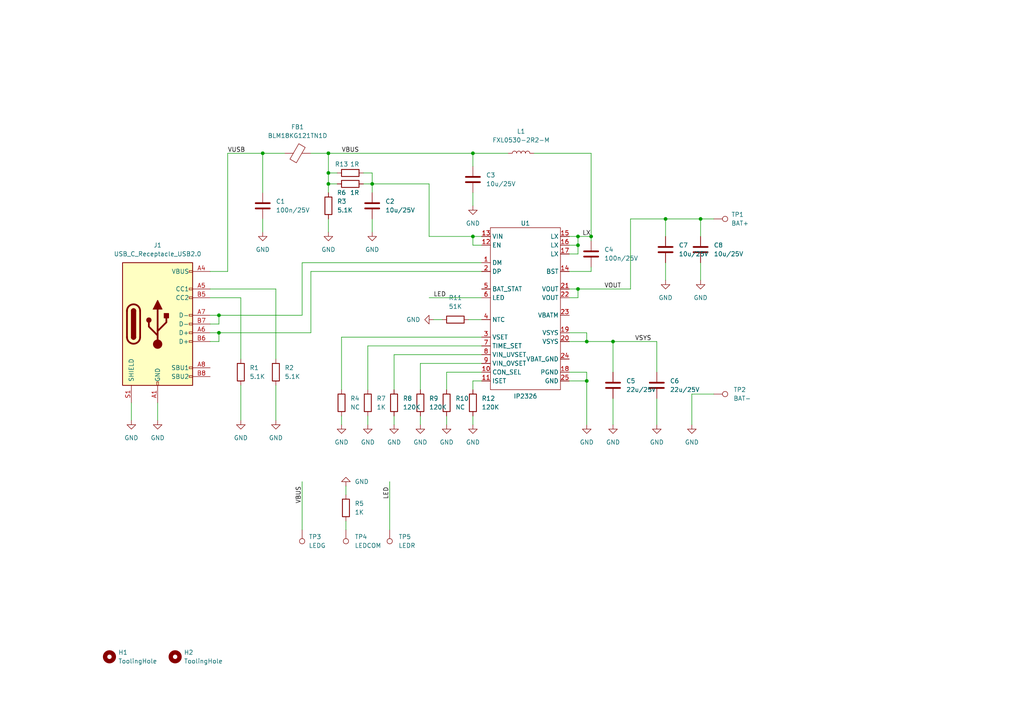
<source format=kicad_sch>
(kicad_sch (version 20211123) (generator eeschema)
  (paper "A4")
  (lib_symbols
    (symbol "Connector:TestPoint" (pin_numbers hide) (pin_names (offset 0.762) hide)
      (property "Reference" "TP" (at 0 6.858 0))
      (property "Value" "TestPoint" (at 0 5.08 0))
      (symbol "TestPoint_0_1"
        (circle (center 0 3.302) (radius 0.762))
      )
      (symbol "TestPoint_1_1"
        (pin passive line (at 0 0 90) (length 2.54) (name "1") (number "1"))
      )
    )
    (symbol "Connector:USB_C_Receptacle_USB2.0" (pin_names (offset 1.016))
      (property "Reference" "J" (at -10.16 19.05 0))
      (property "Value" "USB_C_Receptacle_USB2.0" (at 19.05 19.05 0))
      (symbol "USB_C_Receptacle_USB2.0_0_0"
        (rectangle (start -0.254 -17.78) (end 0.254 -16.764))
        (rectangle (start 10.16 -14.986) (end 9.144 -15.494))
        (rectangle (start 10.16 -12.446) (end 9.144 -12.954))
        (rectangle (start 10.16 -4.826) (end 9.144 -5.334))
        (rectangle (start 10.16 -2.286) (end 9.144 -2.794))
        (rectangle (start 10.16 0.254) (end 9.144 -0.254))
        (rectangle (start 10.16 2.794) (end 9.144 2.286))
        (rectangle (start 10.16 7.874) (end 9.144 7.366))
        (rectangle (start 10.16 10.414) (end 9.144 9.906))
        (rectangle (start 10.16 15.494) (end 9.144 14.986))
      )
      (symbol "USB_C_Receptacle_USB2.0_0_1"
        (rectangle (start -10.16 17.78) (end 10.16 -17.78) (stroke (width 0.254)) (fill (type background)))
        (arc (start -8.89 -3.81) (mid -6.985 -5.715) (end -5.08 -3.81) (stroke (width 0.508)))
        (arc (start -7.62 -3.81) (mid -6.985 -4.445) (end -6.35 -3.81) (stroke (width 0.254)))
        (arc (start -7.62 -3.81) (mid -6.985 -4.445) (end -6.35 -3.81) (stroke (width 0.254)) (fill (type outline)))
        (rectangle (start -7.62 -3.81) (end -6.35 3.81) (stroke (width 0.254)) (fill (type outline)))
        (arc (start -6.35 3.81) (mid -6.985 4.445) (end -7.62 3.81) (stroke (width 0.254)))
        (arc (start -6.35 3.81) (mid -6.985 4.445) (end -7.62 3.81) (stroke (width 0.254)) (fill (type outline)))
        (arc (start -5.08 3.81) (mid -6.985 5.715) (end -8.89 3.81) (stroke (width 0.508)))
        (circle (center -2.54 1.143) (radius 0.635) (stroke (width 0.254)) (fill (type outline)))
        (circle (center 0 -5.842) (radius 1.27) (fill (type outline)))
        (polyline (pts (xy -8.89 -3.81) (xy -8.89 3.81)) (stroke (width 0.508)))
        (polyline (pts (xy -5.08 3.81) (xy -5.08 -3.81)) (stroke (width 0.508)))
        (polyline (pts (xy 0 -5.842) (xy 0 4.318)) (stroke (width 0.508)))
        (polyline (pts (xy 0 -3.302) (xy -2.54 -0.762) (xy -2.54 0.508)) (stroke (width 0.508)))
        (polyline (pts (xy 0 -2.032) (xy 2.54 0.508) (xy 2.54 1.778)) (stroke (width 0.508)))
        (polyline (pts (xy -1.27 4.318) (xy 0 6.858) (xy 1.27 4.318) (xy -1.27 4.318)) (stroke (width 0.254)) (fill (type outline)))
        (rectangle (start 1.905 1.778) (end 3.175 3.048) (stroke (width 0.254)) (fill (type outline)))
      )
      (symbol "USB_C_Receptacle_USB2.0_1_1"
        (pin passive line (at 0 -22.86 90) (length 5.08) (name "GND") (number "A1"))
        (pin passive line (at 0 -22.86 90) (length 5.08) hide (name "GND") (number "A12"))
        (pin passive line (at 15.24 15.24 180) (length 5.08) (name "VBUS") (number "A4"))
        (pin bidirectional line (at 15.24 10.16 180) (length 5.08) (name "CC1") (number "A5"))
        (pin bidirectional line (at 15.24 -2.54 180) (length 5.08) (name "D+") (number "A6"))
        (pin bidirectional line (at 15.24 2.54 180) (length 5.08) (name "D-") (number "A7"))
        (pin bidirectional line (at 15.24 -12.7 180) (length 5.08) (name "SBU1") (number "A8"))
        (pin passive line (at 15.24 15.24 180) (length 5.08) hide (name "VBUS") (number "A9"))
        (pin passive line (at 0 -22.86 90) (length 5.08) hide (name "GND") (number "B1"))
        (pin passive line (at 0 -22.86 90) (length 5.08) hide (name "GND") (number "B12"))
        (pin passive line (at 15.24 15.24 180) (length 5.08) hide (name "VBUS") (number "B4"))
        (pin bidirectional line (at 15.24 7.62 180) (length 5.08) (name "CC2") (number "B5"))
        (pin bidirectional line (at 15.24 -5.08 180) (length 5.08) (name "D+") (number "B6"))
        (pin bidirectional line (at 15.24 0 180) (length 5.08) (name "D-") (number "B7"))
        (pin bidirectional line (at 15.24 -15.24 180) (length 5.08) (name "SBU2") (number "B8"))
        (pin passive line (at 15.24 15.24 180) (length 5.08) hide (name "VBUS") (number "B9"))
        (pin passive line (at -7.62 -22.86 90) (length 5.08) (name "SHIELD") (number "S1"))
      )
    )
    (symbol "Device:C" (pin_numbers hide) (pin_names (offset 0.254))
      (property "Reference" "C" (at 0.635 2.54 0))
      (property "Value" "C" (at 0.635 -2.54 0))
      (symbol "C_0_1"
        (polyline (pts (xy -2.032 -0.762) (xy 2.032 -0.762)) (stroke (width 0.508)))
        (polyline (pts (xy -2.032 0.762) (xy 2.032 0.762)) (stroke (width 0.508)))
      )
      (symbol "C_1_1"
        (pin passive line (at 0 3.81 270) (length 2.794) (name "~") (number "1"))
        (pin passive line (at 0 -3.81 90) (length 2.794) (name "~") (number "2"))
      )
    )
    (symbol "Device:FerriteBead" (pin_numbers hide) (pin_names (offset 0))
      (property "Reference" "FB" (at -3.81 0.635 90))
      (property "Value" "FerriteBead" (at 3.81 0 90))
      (symbol "FerriteBead_0_1"
        (polyline (pts (xy 0 -1.27) (xy 0 -1.2192)))
        (polyline (pts (xy 0 1.27) (xy 0 1.2954)))
        (polyline (pts (xy -2.7686 0.4064) (xy -1.7018 2.2606) (xy 2.7686 -0.3048) (xy 1.6764 -2.159) (xy -2.7686 0.4064)))
      )
      (symbol "FerriteBead_1_1"
        (pin passive line (at 0 3.81 270) (length 2.54) (name "~") (number "1"))
        (pin passive line (at 0 -3.81 90) (length 2.54) (name "~") (number "2"))
      )
    )
    (symbol "Device:L" (pin_numbers hide) (pin_names (offset 1.016) hide)
      (property "Reference" "L" (at -1.27 0 90))
      (property "Value" "L" (at 1.905 0 90))
      (symbol "L_0_1"
        (arc (start 0 -2.54) (mid 0.635 -1.905) (end 0 -1.27))
        (arc (start 0 -1.27) (mid 0.635 -0.635) (end 0 0))
        (arc (start 0 0) (mid 0.635 0.635) (end 0 1.27))
        (arc (start 0 1.27) (mid 0.635 1.905) (end 0 2.54))
      )
      (symbol "L_1_1"
        (pin passive line (at 0 3.81 270) (length 1.27) (name "1") (number "1"))
        (pin passive line (at 0 -3.81 90) (length 1.27) (name "2") (number "2"))
      )
    )
    (symbol "Device:R" (pin_numbers hide) (pin_names (offset 0))
      (property "Reference" "R" (at 2.032 0 90))
      (property "Value" "R" (at 0 0 90))
      (symbol "R_0_1"
        (rectangle (start -1.016 -2.54) (end 1.016 2.54) (stroke (width 0.254)))
      )
      (symbol "R_1_1"
        (pin passive line (at 0 3.81 270) (length 1.27) (name "~") (number "1"))
        (pin passive line (at 0 -3.81 90) (length 1.27) (name "~") (number "2"))
      )
    )
    (symbol "Mechanical:MountingHole" (pin_names (offset 1.016))
      (property "Reference" "H" (at 0 5.08 0))
      (property "Value" "MountingHole" (at 0 3.175 0))
      (symbol "MountingHole_0_1"
        (circle (center 0 0) (radius 1.27) (stroke (width 1.27)))
      )
    )
    (symbol "Project:IP2326"
      (property "Reference" "U" (at 0 29.21 0))
      (property "Value" "IP2326" (at 0 -20.32 0))
      (symbol "IP2326_0_1"
        (rectangle (start -10.16 27.94) (end 10.16 -19.05))
      )
      (symbol "IP2326_1_1"
        (pin input line (at -12.7 17.78 0) (length 2.54) (name "DM") (number "1"))
        (pin input line (at -12.7 -13.97 0) (length 2.54) (name "CON_SEL") (number "10"))
        (pin input line (at -12.7 -16.51 0) (length 2.54) (name "ISET") (number "11"))
        (pin input line (at -12.7 22.86 0) (length 2.54) (name "EN") (number "12"))
        (pin input line (at -12.7 25.4 0) (length 2.54) (name "VIN") (number "13"))
        (pin input line (at 12.7 15.24 180) (length 2.54) (name "BST") (number "14"))
        (pin input line (at 12.7 25.4 180) (length 2.54) (name "LX") (number "15"))
        (pin input line (at 12.7 22.86 180) (length 2.54) (name "LX") (number "16"))
        (pin input line (at 12.7 20.32 180) (length 2.54) (name "LX") (number "17"))
        (pin input line (at 12.7 -13.97 180) (length 2.54) (name "PGND") (number "18"))
        (pin input line (at 12.7 -2.54 180) (length 2.54) (name "VSYS") (number "19"))
        (pin input line (at -12.7 15.24 0) (length 2.54) (name "DP") (number "2"))
        (pin input line (at 12.7 -5.08 180) (length 2.54) (name "VSYS") (number "20"))
        (pin input line (at 12.7 10.16 180) (length 2.54) (name "VOUT") (number "21"))
        (pin input line (at 12.7 7.62 180) (length 2.54) (name "VOUT") (number "22"))
        (pin input line (at 12.7 2.54 180) (length 2.54) (name "VBATM") (number "23"))
        (pin input line (at 12.7 -10.16 180) (length 2.54) (name "VBAT_GND") (number "24"))
        (pin input line (at 12.7 -16.51 180) (length 2.54) (name "GND") (number "25"))
        (pin input line (at -12.7 -3.81 0) (length 2.54) (name "VSET") (number "3"))
        (pin input line (at -12.7 1.27 0) (length 2.54) (name "NTC") (number "4"))
        (pin input line (at -12.7 10.16 0) (length 2.54) (name "BAT_STAT") (number "5"))
        (pin input line (at -12.7 7.62 0) (length 2.54) (name "LED") (number "6"))
        (pin input line (at -12.7 -6.35 0) (length 2.54) (name "TIME_SET") (number "7"))
        (pin input line (at -12.7 -8.89 0) (length 2.54) (name "VIN_UVSET") (number "8"))
        (pin input line (at -12.7 -11.43 0) (length 2.54) (name "VIN_OVSET") (number "9"))
      )
    )
    (symbol "power:GND" (power) (pin_names (offset 0))
      (property "Value" "GND" (at 0 -3.81 0))
      (symbol "GND_0_1"
        (polyline (pts (xy 0 0) (xy 0 -1.27) (xy 1.27 -1.27) (xy 0 -2.54) (xy -1.27 -1.27) (xy 0 -1.27)))
      )
      (symbol "GND_1_1"
        (pin power_in line (at 0 0 270) (length 0) hide (name "GND") (number "1"))
      )
    )
  )
  (junction (at 170.18 99.06))
  (junction (at 167.64 71.12))
  (junction (at 177.8 99.06))
  (junction (at 171.45 68.58))
  (junction (at 170.18 110.49))
  (junction (at 107.95 53.34))
  (junction (at 95.25 53.34))
  (junction (at 63.5 96.52))
  (junction (at 137.16 44.45))
  (junction (at 167.64 83.82))
  (junction (at 76.2 44.45))
  (junction (at 167.64 68.58))
  (junction (at 193.04 63.5))
  (junction (at 95.25 50.165))
  (junction (at 95.25 44.45))
  (junction (at 63.5 91.44))
  (junction (at 137.16 68.58))
  (junction (at 203.2 63.5))
  (wire (pts (xy 90.17 44.45) (xy 95.25 44.45)))
  (wire (pts (xy 63.5 93.98) (xy 63.5 91.44)))
  (wire (pts (xy 137.16 68.58) (xy 124.46 68.58)))
  (wire (pts (xy 170.18 123.19) (xy 170.18 110.49)))
  (wire (pts (xy 76.2 63.5) (xy 76.2 67.31)))
  (wire (pts (xy 106.68 100.33) (xy 106.68 113.03)))
  (wire (pts (xy 95.25 53.34) (xy 97.79 53.34)))
  (wire (pts (xy 165.1 96.52) (xy 170.18 96.52)))
  (wire (pts (xy 190.5 115.57) (xy 190.5 123.19)))
  (wire (pts (xy 95.25 44.45) (xy 137.16 44.45)))
  (wire (pts (xy 63.5 96.52) (xy 60.96 96.52)))
  (wire (pts (xy 125.73 92.71) (xy 128.27 92.71)))
  (wire (pts (xy 69.85 104.14) (xy 69.85 86.36)))
  (wire (pts (xy 63.5 91.44) (xy 87.63 91.44)))
  (wire (pts (xy 60.96 99.06) (xy 63.5 99.06)))
  (wire (pts (xy 60.96 91.44) (xy 63.5 91.44)))
  (wire (pts (xy 170.18 110.49) (xy 165.1 110.49)))
  (wire (pts (xy 95.25 44.45) (xy 95.25 50.165)))
  (wire (pts (xy 165.1 71.12) (xy 167.64 71.12)))
  (wire (pts (xy 137.16 120.65) (xy 137.16 123.19)))
  (wire (pts (xy 66.04 44.45) (xy 66.04 78.74)))
  (wire (pts (xy 114.3 102.87) (xy 114.3 113.03)))
  (wire (pts (xy 124.46 86.36) (xy 139.7 86.36)))
  (wire (pts (xy 167.64 83.82) (xy 165.1 83.82)))
  (wire (pts (xy 190.5 99.06) (xy 177.8 99.06)))
  (wire (pts (xy 200.66 114.3) (xy 200.66 123.19)))
  (wire (pts (xy 60.96 93.98) (xy 63.5 93.98)))
  (wire (pts (xy 170.18 107.95) (xy 170.18 110.49)))
  (wire (pts (xy 165.1 68.58) (xy 167.64 68.58)))
  (wire (pts (xy 69.85 111.76) (xy 69.85 121.92)))
  (wire (pts (xy 167.64 86.36) (xy 167.64 83.82)))
  (wire (pts (xy 165.1 78.74) (xy 171.45 78.74)))
  (wire (pts (xy 137.16 44.45) (xy 147.32 44.45)))
  (wire (pts (xy 190.5 107.95) (xy 190.5 99.06)))
  (wire (pts (xy 76.2 44.45) (xy 82.55 44.45)))
  (wire (pts (xy 193.04 63.5) (xy 193.04 68.58)))
  (wire (pts (xy 114.3 120.65) (xy 114.3 123.19)))
  (wire (pts (xy 170.18 99.06) (xy 165.1 99.06)))
  (wire (pts (xy 45.72 116.84) (xy 45.72 121.92)))
  (wire (pts (xy 193.04 76.2) (xy 193.04 81.28)))
  (wire (pts (xy 171.45 69.85) (xy 171.45 68.58)))
  (wire (pts (xy 76.2 44.45) (xy 76.2 55.88)))
  (wire (pts (xy 90.17 96.52) (xy 63.5 96.52)))
  (wire (pts (xy 167.64 71.12) (xy 167.64 68.58)))
  (wire (pts (xy 66.04 44.45) (xy 76.2 44.45)))
  (wire (pts (xy 121.92 113.03) (xy 121.92 105.41)))
  (wire (pts (xy 177.8 107.95) (xy 177.8 99.06)))
  (wire (pts (xy 207.01 114.3) (xy 200.66 114.3)))
  (wire (pts (xy 167.64 83.82) (xy 182.88 83.82)))
  (wire (pts (xy 105.41 53.34) (xy 107.95 53.34)))
  (wire (pts (xy 139.7 107.95) (xy 129.54 107.95)))
  (wire (pts (xy 95.25 50.165) (xy 97.79 50.165)))
  (wire (pts (xy 121.92 120.65) (xy 121.92 123.19)))
  (wire (pts (xy 165.1 73.66) (xy 167.64 73.66)))
  (wire (pts (xy 63.5 99.06) (xy 63.5 96.52)))
  (wire (pts (xy 193.04 63.5) (xy 203.2 63.5)))
  (wire (pts (xy 100.33 151.13) (xy 100.33 153.67)))
  (wire (pts (xy 87.63 139.7) (xy 87.63 153.67)))
  (wire (pts (xy 107.95 53.34) (xy 107.95 55.88)))
  (wire (pts (xy 60.96 78.74) (xy 66.04 78.74)))
  (wire (pts (xy 105.41 50.165) (xy 107.95 50.165)))
  (wire (pts (xy 129.54 107.95) (xy 129.54 113.03)))
  (wire (pts (xy 137.16 71.12) (xy 137.16 68.58)))
  (wire (pts (xy 137.16 48.26) (xy 137.16 44.45)))
  (wire (pts (xy 95.25 63.5) (xy 95.25 67.31)))
  (wire (pts (xy 80.01 111.76) (xy 80.01 121.92)))
  (wire (pts (xy 107.95 50.165) (xy 107.95 53.34)))
  (wire (pts (xy 165.1 107.95) (xy 170.18 107.95)))
  (wire (pts (xy 137.16 110.49) (xy 137.16 113.03)))
  (wire (pts (xy 87.63 91.44) (xy 87.63 76.2)))
  (wire (pts (xy 124.46 68.58) (xy 124.46 53.34)))
  (wire (pts (xy 69.85 86.36) (xy 60.96 86.36)))
  (wire (pts (xy 177.8 99.06) (xy 170.18 99.06)))
  (wire (pts (xy 139.7 71.12) (xy 137.16 71.12)))
  (wire (pts (xy 171.45 44.45) (xy 171.45 68.58)))
  (wire (pts (xy 137.16 55.88) (xy 137.16 59.69)))
  (wire (pts (xy 114.3 102.87) (xy 139.7 102.87)))
  (wire (pts (xy 139.7 78.74) (xy 90.17 78.74)))
  (wire (pts (xy 135.89 92.71) (xy 139.7 92.71)))
  (wire (pts (xy 171.45 78.74) (xy 171.45 77.47)))
  (wire (pts (xy 87.63 76.2) (xy 139.7 76.2)))
  (wire (pts (xy 121.92 105.41) (xy 139.7 105.41)))
  (wire (pts (xy 95.25 50.165) (xy 95.25 53.34)))
  (wire (pts (xy 106.68 120.65) (xy 106.68 123.19)))
  (wire (pts (xy 113.03 139.7) (xy 113.03 153.67)))
  (wire (pts (xy 167.64 68.58) (xy 171.45 68.58)))
  (wire (pts (xy 203.2 63.5) (xy 203.2 68.58)))
  (wire (pts (xy 95.25 53.34) (xy 95.25 55.88)))
  (wire (pts (xy 60.96 83.82) (xy 80.01 83.82)))
  (wire (pts (xy 154.94 44.45) (xy 171.45 44.45)))
  (wire (pts (xy 99.06 97.79) (xy 99.06 113.03)))
  (wire (pts (xy 139.7 68.58) (xy 137.16 68.58)))
  (wire (pts (xy 177.8 115.57) (xy 177.8 123.19)))
  (wire (pts (xy 107.95 63.5) (xy 107.95 67.31)))
  (wire (pts (xy 139.7 97.79) (xy 99.06 97.79)))
  (wire (pts (xy 203.2 76.2) (xy 203.2 81.28)))
  (wire (pts (xy 139.7 110.49) (xy 137.16 110.49)))
  (wire (pts (xy 124.46 53.34) (xy 107.95 53.34)))
  (wire (pts (xy 38.1 116.84) (xy 38.1 121.92)))
  (wire (pts (xy 100.33 140.97) (xy 100.33 143.51)))
  (wire (pts (xy 80.01 83.82) (xy 80.01 104.14)))
  (wire (pts (xy 129.54 120.65) (xy 129.54 123.19)))
  (wire (pts (xy 167.64 73.66) (xy 167.64 71.12)))
  (wire (pts (xy 203.2 63.5) (xy 207.01 63.5)))
  (wire (pts (xy 106.68 100.33) (xy 139.7 100.33)))
  (wire (pts (xy 182.88 83.82) (xy 182.88 63.5)))
  (wire (pts (xy 170.18 96.52) (xy 170.18 99.06)))
  (wire (pts (xy 90.17 78.74) (xy 90.17 96.52)))
  (wire (pts (xy 165.1 86.36) (xy 167.64 86.36)))
  (wire (pts (xy 182.88 63.5) (xy 193.04 63.5)))
  (wire (pts (xy 99.06 120.65) (xy 99.06 123.19)))
  (label "VBUS" (at 87.63 146.05 90))
  (label "VSYS" (at 184.15 99.06 0))
  (label "VBUS" (at 99.06 44.45 0))
  (label "VOUT" (at 175.26 83.82 0))
  (label "LX" (at 168.91 68.58 0))
  (label "VUSB" (at 66.04 44.45 0))
  (label "LED" (at 125.73 86.36 0))
  (label "LED" (at 113.03 144.78 90))
  (symbol (lib_id "Connector:TestPoint") (at 87.63 153.67 180) (unit 1)
    (property "Reference" "TP3" (at 89.535 155.7019 0) (effects (justify right)))
    (property "Value" "LEDG" (at 89.535 158.2419 0) (effects (justify right)))
    (property "Footprint" "TestPoint:TestPoint_THTPad_2.0x2.0mm_Drill1.0mm" (effects hide))
  )
  (symbol (lib_id "Device:R") (at 121.92 116.84 180) (unit 1)
    (property "Reference" "R9" (at 124.46 115.5699 0) (effects (justify right)))
    (property "Value" "120K" (at 124.46 118.1099 0) (effects (justify right)))
    (property "Footprint" "Resistor_SMD:R_0603_1608Metric" (effects hide))
    (property "LCSC" "C25808" (effects hide))
  )
  (symbol (lib_id "power:GND") (at 38.1 121.92 0) (unit 1)
    (property "Reference" "#PWR0122" (effects hide))
    (property "Value" "GND" (at 38.1 127 0))
  )
  (symbol (lib_id "Device:R") (at 80.01 107.95 0) (unit 1)
    (property "Reference" "R2" (at 82.55 106.6799 0) (effects (justify left)))
    (property "Value" "5.1K" (at 82.55 109.2199 0) (effects (justify left)))
    (property "Footprint" "Resistor_SMD:R_0603_1608Metric" (effects hide))
    (property "LCSC" "C23186" (effects hide))
  )
  (symbol (lib_id "power:GND") (at 106.68 123.19 0) (unit 1)
    (property "Reference" "#PWR0109" (effects hide))
    (property "Value" "GND" (at 106.68 128.27 0))
  )
  (symbol (lib_id "Device:R") (at 100.33 147.32 180) (unit 1)
    (property "Reference" "R5" (at 102.87 146.0499 0) (effects (justify right)))
    (property "Value" "1K" (at 102.87 148.5899 0) (effects (justify right)))
    (property "Footprint" "Resistor_SMD:R_0603_1608Metric" (effects hide))
    (property "LCSC" "C21190" (effects hide))
  )
  (symbol (lib_id "Device:R") (at 106.68 116.84 180) (unit 1)
    (property "Reference" "R7" (at 109.22 115.5699 0) (effects (justify right)))
    (property "Value" "1K" (at 109.22 118.1099 0) (effects (justify right)))
    (property "Footprint" "Resistor_SMD:R_0603_1608Metric" (effects hide))
    (property "LCSC" "C21190" (effects hide))
  )
  (symbol (lib_id "Device:C") (at 203.2 72.39 0) (unit 1)
    (property "Reference" "C8" (at 207.01 71.1199 0) (effects (justify left)))
    (property "Value" "10u/25V" (at 207.01 73.6599 0) (effects (justify left)))
    (property "Footprint" "Capacitor_SMD:C_0805_2012Metric" (effects hide))
    (property "LCSC" "C15850" (effects hide))
  )
  (symbol (lib_id "power:GND") (at 137.16 59.69 0) (unit 1)
    (property "Reference" "#PWR0116" (effects hide))
    (property "Value" "GND" (at 137.16 64.77 0))
  )
  (symbol (lib_id "power:GND") (at 121.92 123.19 0) (unit 1)
    (property "Reference" "#PWR0112" (effects hide))
    (property "Value" "GND" (at 121.92 128.27 0))
  )
  (symbol (lib_id "power:GND") (at 200.66 123.19 0) (unit 1)
    (property "Reference" "#PWR0105" (effects hide))
    (property "Value" "GND" (at 200.66 128.27 0))
  )
  (symbol (lib_id "Device:FerriteBead") (at 86.36 44.45 90) (unit 1)
    (property "Reference" "FB1" (at 86.3092 36.83 90))
    (property "Value" "BLM18KG121TN1D" (at 86.3092 39.37 90))
    (property "Footprint" "Inductor_SMD:L_0603_1608Metric" (effects hide))
    (property "LCSC" "C85831" (effects hide))
  )
  (symbol (lib_id "power:GND") (at 190.5 123.19 0) (unit 1)
    (property "Reference" "#PWR0104" (effects hide))
    (property "Value" "GND" (at 190.5 128.27 0))
  )
  (symbol (lib_id "Device:C") (at 177.8 111.76 0) (unit 1)
    (property "Reference" "C5" (at 181.61 110.4899 0) (effects (justify left)))
    (property "Value" "22u/25V" (at 181.61 113.0299 0) (effects (justify left)))
    (property "Footprint" "Capacitor_SMD:C_0805_2012Metric" (effects hide))
    (property "LCSC" "C45783" (effects hide))
  )
  (symbol (lib_id "power:GND") (at 45.72 121.92 0) (unit 1)
    (property "Reference" "#PWR0121" (effects hide))
    (property "Value" "GND" (at 45.72 127 0))
  )
  (symbol (lib_id "power:GND") (at 203.2 81.28 0) (unit 1)
    (property "Reference" "#PWR0106" (effects hide))
    (property "Value" "GND" (at 203.2 86.36 0))
  )
  (symbol (lib_id "Device:C") (at 190.5 111.76 0) (unit 1)
    (property "Reference" "C6" (at 194.31 110.4899 0) (effects (justify left)))
    (property "Value" "22u/25V" (at 194.31 113.0299 0) (effects (justify left)))
    (property "Footprint" "Capacitor_SMD:C_0805_2012Metric" (effects hide))
    (property "LCSC" "C45783" (effects hide))
  )
  (symbol (lib_id "power:GND") (at 95.25 67.31 0) (unit 1)
    (property "Reference" "#PWR0115" (effects hide))
    (property "Value" "GND" (at 95.25 72.39 0))
  )
  (symbol (lib_id "Device:R") (at 101.6 53.34 90) (unit 1)
    (property "Reference" "R6" (at 99.06 55.88 90))
    (property "Value" "1R" (at 102.87 55.88 90))
    (property "Footprint" "Resistor_SMD:R_0603_1608Metric" (effects hide))
    (property "LCSC" "C22936" (effects hide))
  )
  (symbol (lib_id "Connector:TestPoint") (at 207.01 114.3 270) (unit 1)
    (property "Reference" "TP2" (at 212.725 113.0299 90) (effects (justify left)))
    (property "Value" "BAT-" (at 212.725 115.5699 90) (effects (justify left)))
    (property "Footprint" "Project:SPRING-CONTACT" (effects hide))
  )
  (symbol (lib_id "Device:R") (at 129.54 116.84 180) (unit 1)
    (property "Reference" "R10" (at 132.08 115.5699 0) (effects (justify right)))
    (property "Value" "NC" (at 132.08 118.1099 0) (effects (justify right)))
    (property "Footprint" "Resistor_SMD:R_0603_1608Metric" (effects hide))
  )
  (symbol (lib_id "power:GND") (at 100.33 140.97 180) (unit 1)
    (property "Reference" "#PWR0113" (effects hide))
    (property "Value" "GND" (at 102.87 139.6999 0) (effects (justify right)))
  )
  (symbol (lib_id "power:GND") (at 80.01 121.92 0) (unit 1)
    (property "Reference" "#PWR0120" (effects hide))
    (property "Value" "GND" (at 80.01 127 0))
  )
  (symbol (lib_id "power:GND") (at 129.54 123.19 0) (unit 1)
    (property "Reference" "#PWR0111" (effects hide))
    (property "Value" "GND" (at 129.54 128.27 0))
  )
  (symbol (lib_id "Connector:TestPoint") (at 100.33 153.67 180) (unit 1)
    (property "Reference" "TP4" (at 102.87 155.7019 0) (effects (justify right)))
    (property "Value" "LEDCOM" (at 102.87 158.2419 0) (effects (justify right)))
    (property "Footprint" "TestPoint:TestPoint_THTPad_2.0x2.0mm_Drill1.0mm" (effects hide))
  )
  (symbol (lib_id "power:GND") (at 137.16 123.19 0) (unit 1)
    (property "Reference" "#PWR0110" (effects hide))
    (property "Value" "GND" (at 137.16 128.27 0))
  )
  (symbol (lib_id "power:GND") (at 107.95 67.31 0) (unit 1)
    (property "Reference" "#PWR0117" (effects hide))
    (property "Value" "GND" (at 107.95 72.39 0))
  )
  (symbol (lib_id "power:GND") (at 125.73 92.71 270) (unit 1)
    (property "Reference" "#PWR0101" (effects hide))
    (property "Value" "GND" (at 121.92 92.7099 90) (effects (justify right)))
  )
  (symbol (lib_id "Mechanical:MountingHole") (at 31.75 190.5 0) (unit 1)
    (property "Reference" "H1" (at 34.29 189.2299 0) (effects (justify left)))
    (property "Value" "ToolingHole" (at 34.29 191.7699 0) (effects (justify left)))
    (property "Footprint" "Project:TOOLING-HOLE" (effects hide))
  )
  (symbol (lib_id "power:GND") (at 177.8 123.19 0) (unit 1)
    (property "Reference" "#PWR0102" (effects hide))
    (property "Value" "GND" (at 177.8 128.27 0))
  )
  (symbol (lib_id "Device:R") (at 101.6 50.165 90) (unit 1)
    (property "Reference" "R13" (at 99.06 47.625 90))
    (property "Value" "1R" (at 102.87 47.625 90))
    (property "Footprint" "Resistor_SMD:R_0603_1608Metric" (effects hide))
    (property "LCSC" "C22936" (effects hide))
  )
  (symbol (lib_id "power:GND") (at 114.3 123.19 0) (unit 1)
    (property "Reference" "#PWR0108" (effects hide))
    (property "Value" "GND" (at 114.3 128.27 0))
  )
  (symbol (lib_id "Connector:TestPoint") (at 113.03 153.67 180) (unit 1)
    (property "Reference" "TP5" (at 115.57 155.7019 0) (effects (justify right)))
    (property "Value" "LEDR" (at 115.57 158.2419 0) (effects (justify right)))
    (property "Footprint" "TestPoint:TestPoint_THTPad_2.0x2.0mm_Drill1.0mm" (effects hide))
  )
  (symbol (lib_id "Connector:USB_C_Receptacle_USB2.0") (at 45.72 93.98 0) (unit 1)
    (property "Reference" "J1" (at 45.72 71.12 0))
    (property "Value" "USB_C_Receptacle_USB2.0" (at 45.72 73.66 0))
    (property "Footprint" "Project:USB_C_Receptacle_GCT_USB4105-xx-A_16P_TopMnt_Horizontal" (effects hide))
    (property "Datasheet" "https://www.usb.org/sites/default/files/documents/usb_type-c.zip" (effects hide))
    (property "LCSC" "C2988369" (effects hide))
  )
  (symbol (lib_id "Device:R") (at 137.16 116.84 180) (unit 1)
    (property "Reference" "R12" (at 139.7 115.5699 0) (effects (justify right)))
    (property "Value" "120K" (at 139.7 118.1099 0) (effects (justify right)))
    (property "Footprint" "Resistor_SMD:R_0603_1608Metric" (effects hide))
    (property "LCSC" "C25808" (effects hide))
  )
  (symbol (lib_id "Project:IP2326") (at 152.4 93.98 0) (unit 1)
    (property "Reference" "U1" (at 152.4 64.77 0))
    (property "Value" "IP2326" (at 152.4 114.935 0))
    (property "Footprint" "Package_DFN_QFN:HVQFN-24-1EP_4x4mm_P0.5mm_EP2.5x2.5mm" (effects hide))
    (property "LCSC" "C2832094" (effects hide))
  )
  (symbol (lib_id "Connector:TestPoint") (at 207.01 63.5 270) (unit 1)
    (property "Reference" "TP1" (at 212.09 62.2299 90) (effects (justify left)))
    (property "Value" "BAT+" (at 212.09 64.7699 90) (effects (justify left)))
    (property "Footprint" "Project:SPRING-CONTACT" (effects hide))
  )
  (symbol (lib_id "Device:R") (at 132.08 92.71 270) (unit 1)
    (property "Reference" "R11" (at 132.08 86.36 90))
    (property "Value" "51K" (at 132.08 88.9 90))
    (property "Footprint" "Resistor_SMD:R_0603_1608Metric" (effects hide))
    (property "LCSC" "C23196" (effects hide))
  )
  (symbol (lib_id "Device:C") (at 107.95 59.69 0) (unit 1)
    (property "Reference" "C2" (at 111.76 58.4199 0) (effects (justify left)))
    (property "Value" "10u/25V" (at 111.76 60.9599 0) (effects (justify left)))
    (property "Footprint" "Capacitor_SMD:C_0805_2012Metric" (effects hide))
    (property "LCSC" "C15850" (effects hide))
  )
  (symbol (lib_id "Device:R") (at 114.3 116.84 180) (unit 1)
    (property "Reference" "R8" (at 116.84 115.5699 0) (effects (justify right)))
    (property "Value" "120K" (at 116.84 118.1099 0) (effects (justify right)))
    (property "Footprint" "Resistor_SMD:R_0603_1608Metric" (effects hide))
    (property "LCSC" "C25808" (effects hide))
  )
  (symbol (lib_id "Device:R") (at 99.06 116.84 180) (unit 1)
    (property "Reference" "R4" (at 101.6 115.5699 0) (effects (justify right)))
    (property "Value" "NC" (at 101.6 118.1099 0) (effects (justify right)))
    (property "Footprint" "Resistor_SMD:R_0603_1608Metric" (effects hide))
  )
  (symbol (lib_id "Device:L") (at 151.13 44.45 90) (unit 1)
    (property "Reference" "L1" (at 151.13 38.1 90))
    (property "Value" "FXL0530-2R2-M" (at 151.13 40.64 90))
    (property "Footprint" "Inductor_SMD:L_Sunlord_MWSA0518_5.4x5.2mm" (effects hide))
    (property "LCSC" "C177247" (effects hide))
  )
  (symbol (lib_id "power:GND") (at 69.85 121.92 0) (unit 1)
    (property "Reference" "#PWR0119" (effects hide))
    (property "Value" "GND" (at 69.85 127 0))
  )
  (symbol (lib_id "Device:R") (at 95.25 59.69 0) (unit 1)
    (property "Reference" "R3" (at 97.79 58.4199 0) (effects (justify left)))
    (property "Value" "5.1K" (at 97.79 60.9599 0) (effects (justify left)))
    (property "Footprint" "Resistor_SMD:R_0603_1608Metric" (effects hide))
    (property "LCSC" "C23186" (effects hide))
  )
  (symbol (lib_id "power:GND") (at 193.04 81.28 0) (unit 1)
    (property "Reference" "#PWR0107" (effects hide))
    (property "Value" "GND" (at 193.04 86.36 0))
  )
  (symbol (lib_id "Device:C") (at 193.04 72.39 0) (unit 1)
    (property "Reference" "C7" (at 196.85 71.1199 0) (effects (justify left)))
    (property "Value" "10u/25V" (at 196.85 73.6599 0) (effects (justify left)))
    (property "Footprint" "Capacitor_SMD:C_0805_2012Metric" (effects hide))
    (property "LCSC" "C15850" (effects hide))
  )
  (symbol (lib_id "power:GND") (at 76.2 67.31 0) (unit 1)
    (property "Reference" "#PWR0118" (effects hide))
    (property "Value" "GND" (at 76.2 72.39 0))
  )
  (symbol (lib_id "power:GND") (at 170.18 123.19 0) (unit 1)
    (property "Reference" "#PWR0103" (effects hide))
    (property "Value" "GND" (at 170.18 128.27 0))
  )
  (symbol (lib_id "Device:C") (at 171.45 73.66 180) (unit 1)
    (property "Reference" "C4" (at 175.26 72.3899 0) (effects (justify right)))
    (property "Value" "100n/25V" (at 175.26 74.9299 0) (effects (justify right)))
    (property "Footprint" "Capacitor_SMD:C_0603_1608Metric" (effects hide))
    (property "LCSC" "C14663" (effects hide))
  )
  (symbol (lib_id "Device:R") (at 69.85 107.95 0) (unit 1)
    (property "Reference" "R1" (at 72.39 106.6799 0) (effects (justify left)))
    (property "Value" "5.1K" (at 72.39 109.2199 0) (effects (justify left)))
    (property "Footprint" "Resistor_SMD:R_0603_1608Metric" (effects hide))
    (property "LCSC" "C23186" (effects hide))
  )
  (symbol (lib_id "Mechanical:MountingHole") (at 50.8 190.5 0) (unit 1)
    (property "Reference" "H2" (at 53.34 189.2299 0) (effects (justify left)))
    (property "Value" "ToolingHole" (at 53.34 191.7699 0) (effects (justify left)))
    (property "Footprint" "Project:TOOLING-HOLE" (effects hide))
  )
  (symbol (lib_id "Device:C") (at 76.2 59.69 180) (unit 1)
    (property "Reference" "C1" (at 80.01 58.4199 0) (effects (justify right)))
    (property "Value" "100n/25V" (at 80.01 60.9599 0) (effects (justify right)))
    (property "Footprint" "Capacitor_SMD:C_0603_1608Metric" (effects hide))
    (property "LCSC" "C14663" (effects hide))
  )
  (symbol (lib_id "Device:C") (at 137.16 52.07 0) (unit 1)
    (property "Reference" "C3" (at 140.97 50.7999 0) (effects (justify left)))
    (property "Value" "10u/25V" (at 140.97 53.3399 0) (effects (justify left)))
    (property "Footprint" "Capacitor_SMD:C_0805_2012Metric" (effects hide))
    (property "LCSC" "C15850" (effects hide))
  )
  (symbol (lib_id "power:GND") (at 99.06 123.19 0) (unit 1)
    (property "Reference" "#PWR0114" (effects hide))
    (property "Value" "GND" (at 99.06 128.27 0))
  )
)
</source>
